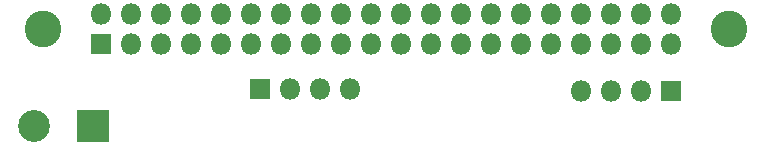
<source format=gbr>
%TF.GenerationSoftware,KiCad,Pcbnew,(5.1.6)-1*%
%TF.CreationDate,2020-10-13T00:05:10-04:00*%
%TF.ProjectId,PiOled,50694f6c-6564-42e6-9b69-6361645f7063,v2*%
%TF.SameCoordinates,Original*%
%TF.FileFunction,Soldermask,Bot*%
%TF.FilePolarity,Negative*%
%FSLAX46Y46*%
G04 Gerber Fmt 4.6, Leading zero omitted, Abs format (unit mm)*
G04 Created by KiCad (PCBNEW (5.1.6)-1) date 2020-10-13 00:05:10*
%MOMM*%
%LPD*%
G01*
G04 APERTURE LIST*
%ADD10C,2.700000*%
%ADD11R,2.700000X2.700000*%
%ADD12O,1.800000X1.800000*%
%ADD13R,1.800000X1.800000*%
%ADD14C,3.100000*%
G04 APERTURE END LIST*
D10*
%TO.C,J2*%
X81250000Y-72500000D03*
D11*
X86250000Y-72500000D03*
%TD*%
D12*
%TO.C,J4*%
X127580000Y-69600000D03*
X130120000Y-69600000D03*
X132660000Y-69600000D03*
D13*
X135200000Y-69600000D03*
%TD*%
D12*
%TO.C,J3*%
X108020000Y-69400000D03*
X105480000Y-69400000D03*
X102940000Y-69400000D03*
D13*
X100400000Y-69400000D03*
%TD*%
D14*
%TO.C,H2*%
X140040000Y-64330000D03*
%TD*%
%TO.C,H1*%
X82040000Y-64310000D03*
%TD*%
D12*
%TO.C,J1*%
X135180000Y-63050000D03*
X135180000Y-65590000D03*
X132640000Y-63050000D03*
X132640000Y-65590000D03*
X130100000Y-63050000D03*
X130100000Y-65590000D03*
X127560000Y-63050000D03*
X127560000Y-65590000D03*
X125020000Y-63050000D03*
X125020000Y-65590000D03*
X122480000Y-63050000D03*
X122480000Y-65590000D03*
X119940000Y-63050000D03*
X119940000Y-65590000D03*
X117400000Y-63050000D03*
X117400000Y-65590000D03*
X114860000Y-63050000D03*
X114860000Y-65590000D03*
X112320000Y-63050000D03*
X112320000Y-65590000D03*
X109780000Y-63050000D03*
X109780000Y-65590000D03*
X107240000Y-63050000D03*
X107240000Y-65590000D03*
X104700000Y-63050000D03*
X104700000Y-65590000D03*
X102160000Y-63050000D03*
X102160000Y-65590000D03*
X99620000Y-63050000D03*
X99620000Y-65590000D03*
X97080000Y-63050000D03*
X97080000Y-65590000D03*
X94540000Y-63050000D03*
X94540000Y-65590000D03*
X92000000Y-63050000D03*
X92000000Y-65590000D03*
X89460000Y-63050000D03*
X89460000Y-65590000D03*
X86920000Y-63050000D03*
D13*
X86920000Y-65590000D03*
%TD*%
M02*

</source>
